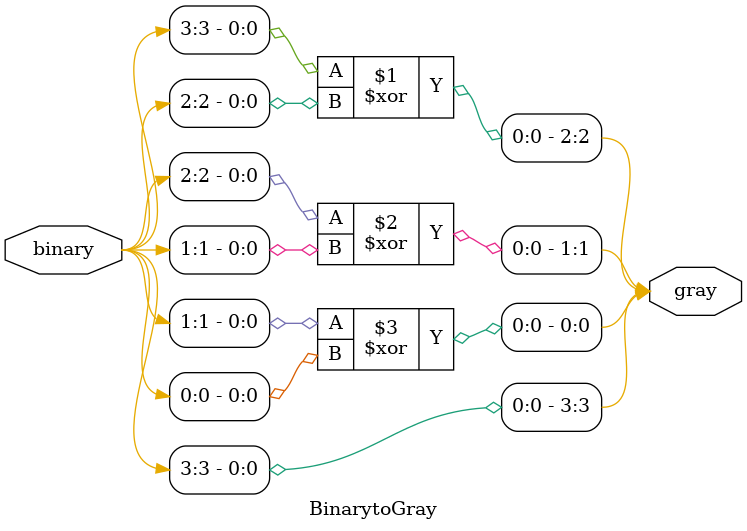
<source format=v>
module BinarytoGray(
	input [3:0] binary,
	output [3:0] gray);
assign gray[3] = binary[3];
assign gray[2] = binary[3] ^ binary[2];
assign gray[1] = binary[2] ^ binary[1];
assign gray[0] = binary[1] ^ binary[0];
endmodule


</source>
